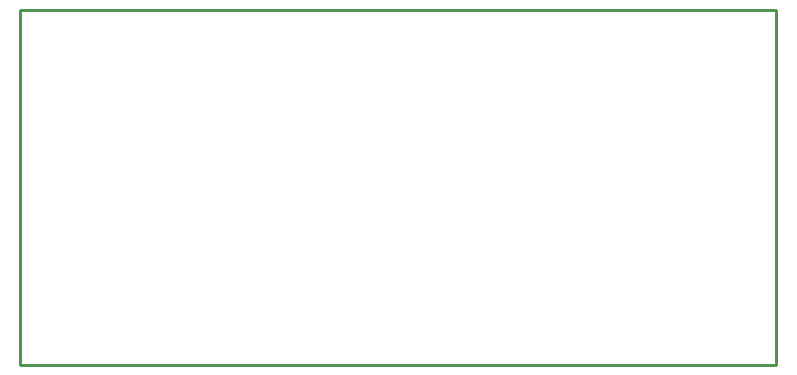
<source format=gm1>
%FSLAX44Y44*%
%MOMM*%
G71*
G01*
G75*
G04 Layer_Color=16711935*
%ADD10R,2.5000X2.3000*%
%ADD11R,1.2500X1.7500*%
%ADD12R,2.3000X2.5000*%
%ADD13R,1.7500X1.2500*%
%ADD14R,0.4318X1.4224*%
%ADD15R,2.4130X3.0988*%
%ADD16R,1.7272X0.5334*%
%ADD17R,2.0000X2.2000*%
%ADD18O,1.7000X0.3000*%
%ADD19R,1.5700X1.8800*%
%ADD20R,2.0000X4.1000*%
%ADD21C,0.4000*%
%ADD22C,1.8000*%
%ADD23C,1.2500*%
%ADD24C,0.5080*%
%ADD25C,1.7000*%
%ADD26C,0.3000*%
%ADD27C,0.6000*%
%ADD28C,0.1524*%
%ADD29C,2.2000*%
%ADD30C,1.5000*%
%ADD31C,0.7000*%
%ADD32C,1.2500*%
%ADD33C,0.6500*%
G04:AMPARAMS|DCode=34|XSize=3.2mm|YSize=1.6mm|CornerRadius=0.4mm|HoleSize=0mm|Usage=FLASHONLY|Rotation=90.000|XOffset=0mm|YOffset=0mm|HoleType=Round|Shape=RoundedRectangle|*
%AMROUNDEDRECTD34*
21,1,3.2000,0.8000,0,0,90.0*
21,1,2.4000,1.6000,0,0,90.0*
1,1,0.8000,0.4000,1.2000*
1,1,0.8000,0.4000,-1.2000*
1,1,0.8000,-0.4000,-1.2000*
1,1,0.8000,-0.4000,1.2000*
%
%ADD34ROUNDEDRECTD34*%
G04:AMPARAMS|DCode=35|XSize=3.2mm|YSize=1.6mm|CornerRadius=0.4mm|HoleSize=0mm|Usage=FLASHONLY|Rotation=180.000|XOffset=0mm|YOffset=0mm|HoleType=Round|Shape=RoundedRectangle|*
%AMROUNDEDRECTD35*
21,1,3.2000,0.8000,0,0,180.0*
21,1,2.4000,1.6000,0,0,180.0*
1,1,0.8000,-1.2000,0.4000*
1,1,0.8000,1.2000,0.4000*
1,1,0.8000,1.2000,-0.4000*
1,1,0.8000,-1.2000,-0.4000*
%
%ADD35ROUNDEDRECTD35*%
%ADD36C,1.7000*%
G04:AMPARAMS|DCode=37|XSize=1.6mm|YSize=1.6mm|CornerRadius=0.16mm|HoleSize=0mm|Usage=FLASHONLY|Rotation=180.000|XOffset=0mm|YOffset=0mm|HoleType=Round|Shape=RoundedRectangle|*
%AMROUNDEDRECTD37*
21,1,1.6000,1.2800,0,0,180.0*
21,1,1.2800,1.6000,0,0,180.0*
1,1,0.3200,-0.6400,0.6400*
1,1,0.3200,0.6400,0.6400*
1,1,0.3200,0.6400,-0.6400*
1,1,0.3200,-0.6400,-0.6400*
%
%ADD37ROUNDEDRECTD37*%
%ADD38C,0.8500*%
%ADD39C,1.1000*%
%ADD40C,0.8050*%
%ADD41C,0.8000*%
%ADD42C,0.5000*%
%ADD43C,0.2540*%
%ADD44C,0.0127*%
%ADD45C,0.2000*%
%ADD46C,0.1778*%
%ADD47R,1.3970X0.3810*%
%ADD48R,0.8000X3.0480*%
%ADD49R,0.7000X2.8000*%
%ADD50R,0.4000X2.5000*%
%ADD51R,0.4000X2.2000*%
%ADD52R,0.3000X1.8000*%
%ADD53R,0.2000X1.3000*%
%ADD54R,0.2480X0.8000*%
%ADD55R,3.0000X1.0000*%
%ADD56R,2.8000X0.5000*%
%ADD57R,2.5000X0.4000*%
%ADD58R,2.2000X0.4000*%
%ADD59R,1.8000X0.3000*%
%ADD60R,1.4000X0.2000*%
%ADD61R,0.9000X0.2000*%
%ADD62R,2.7040X2.5040*%
%ADD63R,1.4540X1.9540*%
%ADD64R,2.5040X2.7040*%
%ADD65R,1.9540X1.4540*%
%ADD66R,0.6358X1.6264*%
%ADD67R,1.9312X0.7374*%
%ADD68R,2.2040X2.4040*%
%ADD69O,1.8016X0.4016*%
%ADD70R,1.6716X1.9816*%
%ADD71R,2.2040X4.3040*%
%ADD72C,2.4040*%
%ADD73C,1.7040*%
%ADD74C,0.9040*%
%ADD75C,1.4540*%
%ADD76C,0.7516*%
G04:AMPARAMS|DCode=77|XSize=3.404mm|YSize=1.804mm|CornerRadius=0.502mm|HoleSize=0mm|Usage=FLASHONLY|Rotation=90.000|XOffset=0mm|YOffset=0mm|HoleType=Round|Shape=RoundedRectangle|*
%AMROUNDEDRECTD77*
21,1,3.4040,0.8000,0,0,90.0*
21,1,2.4000,1.8040,0,0,90.0*
1,1,1.0040,0.4000,1.2000*
1,1,1.0040,0.4000,-1.2000*
1,1,1.0040,-0.4000,-1.2000*
1,1,1.0040,-0.4000,1.2000*
%
%ADD77ROUNDEDRECTD77*%
G04:AMPARAMS|DCode=78|XSize=3.404mm|YSize=1.804mm|CornerRadius=0.502mm|HoleSize=0mm|Usage=FLASHONLY|Rotation=180.000|XOffset=0mm|YOffset=0mm|HoleType=Round|Shape=RoundedRectangle|*
%AMROUNDEDRECTD78*
21,1,3.4040,0.8000,0,0,180.0*
21,1,2.4000,1.8040,0,0,180.0*
1,1,1.0040,-1.2000,0.4000*
1,1,1.0040,1.2000,0.4000*
1,1,1.0040,1.2000,-0.4000*
1,1,1.0040,-1.2000,-0.4000*
%
%ADD78ROUNDEDRECTD78*%
%ADD79C,1.9040*%
G04:AMPARAMS|DCode=80|XSize=1.804mm|YSize=1.804mm|CornerRadius=0.262mm|HoleSize=0mm|Usage=FLASHONLY|Rotation=180.000|XOffset=0mm|YOffset=0mm|HoleType=Round|Shape=RoundedRectangle|*
%AMROUNDEDRECTD80*
21,1,1.8040,1.2800,0,0,180.0*
21,1,1.2800,1.8040,0,0,180.0*
1,1,0.5240,-0.6400,0.6400*
1,1,0.5240,0.6400,0.6400*
1,1,0.5240,0.6400,-0.6400*
1,1,0.5240,-0.6400,-0.6400*
%
%ADD80ROUNDEDRECTD80*%
%ADD81R,2.5400X3.0480*%
%ADD82R,1.6510X2.0320*%
%ADD83C,0.0508*%
D43*
X0Y-150000D02*
Y150000D01*
Y-150000D02*
X640000D01*
Y150000D01*
X0D02*
X640000D01*
M02*

</source>
